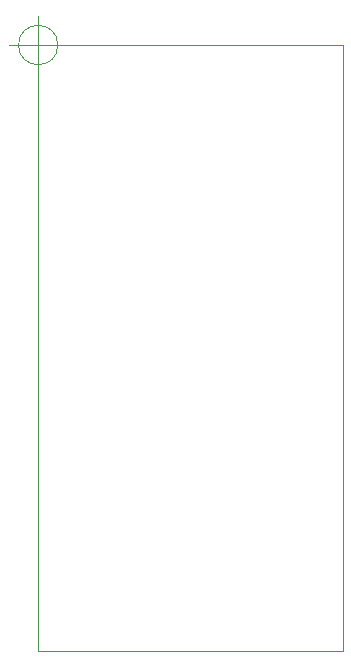
<source format=gbr>
G04 #@! TF.GenerationSoftware,KiCad,Pcbnew,(5.1.2)-1*
G04 #@! TF.CreationDate,2020-03-30T19:36:04-04:00*
G04 #@! TF.ProjectId,vic20-svideoLHM,76696332-302d-4737-9669-64656f4c484d,rev?*
G04 #@! TF.SameCoordinates,Original*
G04 #@! TF.FileFunction,Profile,NP*
%FSLAX46Y46*%
G04 Gerber Fmt 4.6, Leading zero omitted, Abs format (unit mm)*
G04 Created by KiCad (PCBNEW (5.1.2)-1) date 2020-03-30 19:36:04*
%MOMM*%
%LPD*%
G04 APERTURE LIST*
%ADD10C,0.050000*%
%ADD11C,0.010000*%
G04 APERTURE END LIST*
D10*
X53990666Y-21082000D02*
G75*
G03X53990666Y-21082000I-1666666J0D01*
G01*
X49824000Y-21082000D02*
X54824000Y-21082000D01*
X52324000Y-18582000D02*
X52324000Y-23582000D01*
D11*
X52324000Y-72390000D02*
X52578000Y-72390000D01*
X52324000Y-21082000D02*
X52324000Y-72390000D01*
X78105000Y-21082000D02*
X52324000Y-21082000D01*
X52578000Y-72390000D02*
X78105000Y-72390000D01*
X78105000Y-21082000D02*
X78105000Y-72390000D01*
M02*

</source>
